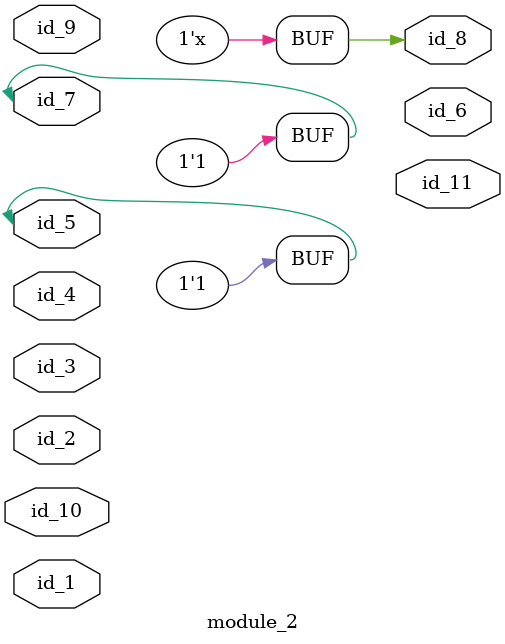
<source format=v>
module module_0;
endmodule
module module_1 (
    input wire id_0
);
  assign id_2 = id_0;
  assign id_2 = 1;
  module_0 modCall_1 ();
endmodule
module module_2 (
    id_1,
    id_2,
    id_3,
    id_4,
    id_5,
    id_6,
    id_7,
    id_8,
    id_9,
    id_10,
    id_11
);
  output wire id_11;
  input wire id_10;
  inout wire id_9;
  output wire id_8;
  inout wire id_7;
  output wire id_6;
  inout wire id_5;
  input wire id_4;
  input wire id_3;
  input wire id_2;
  inout wire id_1;
  wire id_12;
  assign id_8 = id_1[1];
  tri id_13, id_14;
  module_0 modCall_1 ();
  wire id_15;
  assign id_7 = 1;
  always #1 id_5 <= 1;
  wire id_16;
endmodule

</source>
